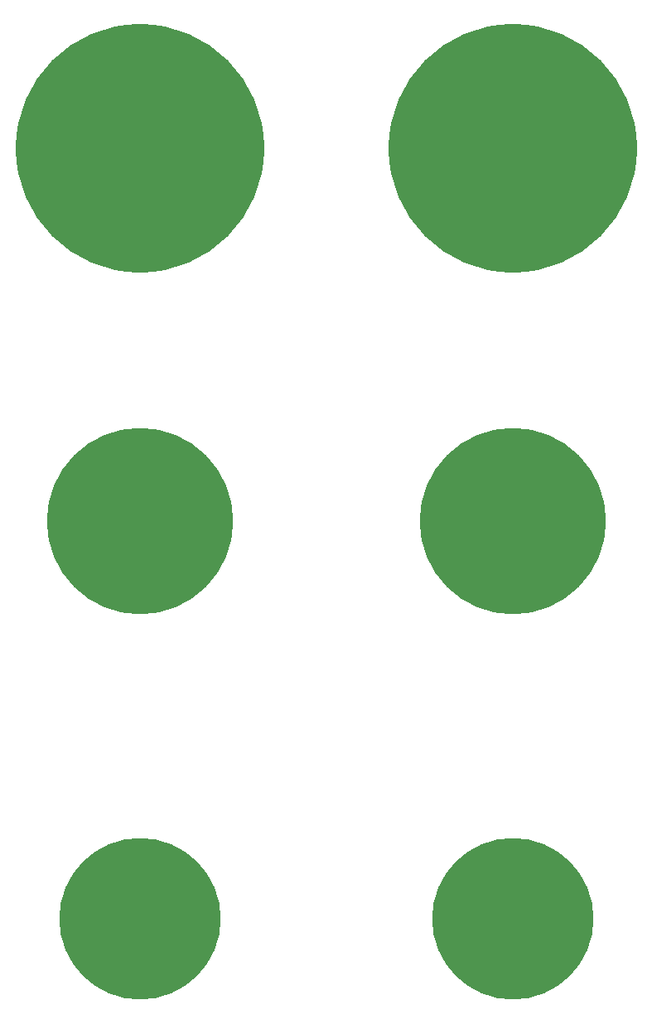
<source format=gbr>
G04 start of page 5 for group 5 idx 5 *
G04 Title: (unknown), bottom *
G04 Creator: pcb 1.99z *
G04 CreationDate: Fri Jun 17 03:18:51 2011 UTC *
G04 For: apoelstra *
G04 Format: Gerber/RS-274X *
G04 PCB-Dimensions: 3000000 2000000 *
G04 PCB-Coordinate-Origin: lower left *
%MOIN*%
%FSLAX25Y25*%
%LNBOTTOM*%
%ADD32C,0.2500*%
%ADD31C,0.5000*%
%ADD30C,1.0000*%
%ADD29C,0.6500*%
%ADD28C,0.7500*%
G54D28*X600000Y450000D03*
G54D29*Y290000D03*
G54D30*X450000Y600000D03*
X600000D03*
G54D29*X450000Y290000D03*
G54D28*Y450000D03*
G54D31*G54D32*G54D31*G54D32*G54D31*M02*

</source>
